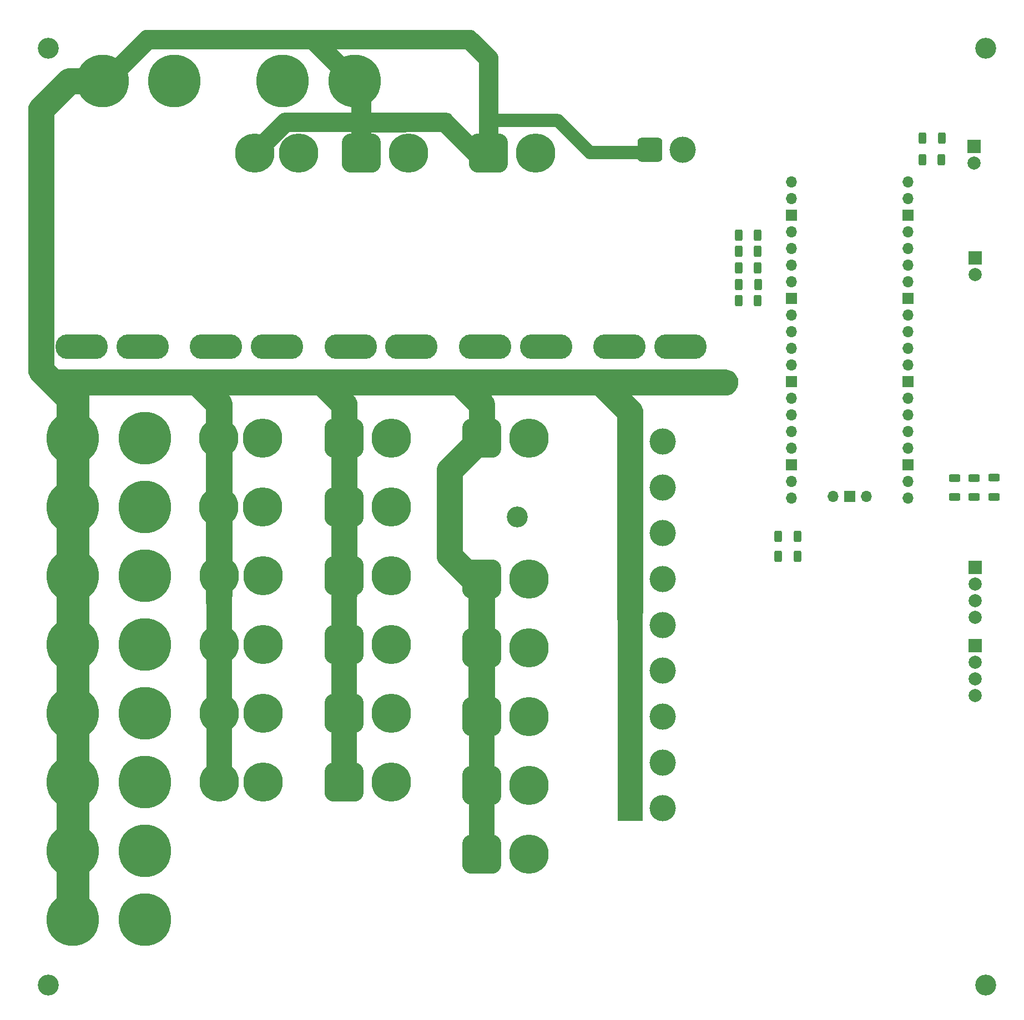
<source format=gbr>
%TF.GenerationSoftware,KiCad,Pcbnew,8.0.5*%
%TF.CreationDate,2025-01-28T10:33:54+01:00*%
%TF.ProjectId,PowerBoard,506f7765-7242-46f6-9172-642e6b696361,rev?*%
%TF.SameCoordinates,Original*%
%TF.FileFunction,Soldermask,Bot*%
%TF.FilePolarity,Negative*%
%FSLAX46Y46*%
G04 Gerber Fmt 4.6, Leading zero omitted, Abs format (unit mm)*
G04 Created by KiCad (PCBNEW 8.0.5) date 2025-01-28 10:33:54*
%MOMM*%
%LPD*%
G01*
G04 APERTURE LIST*
G04 Aperture macros list*
%AMRoundRect*
0 Rectangle with rounded corners*
0 $1 Rounding radius*
0 $2 $3 $4 $5 $6 $7 $8 $9 X,Y pos of 4 corners*
0 Add a 4 corners polygon primitive as box body*
4,1,4,$2,$3,$4,$5,$6,$7,$8,$9,$2,$3,0*
0 Add four circle primitives for the rounded corners*
1,1,$1+$1,$2,$3*
1,1,$1+$1,$4,$5*
1,1,$1+$1,$6,$7*
1,1,$1+$1,$8,$9*
0 Add four rect primitives between the rounded corners*
20,1,$1+$1,$2,$3,$4,$5,0*
20,1,$1+$1,$4,$5,$6,$7,0*
20,1,$1+$1,$6,$7,$8,$9,0*
20,1,$1+$1,$8,$9,$2,$3,0*%
G04 Aperture macros list end*
%ADD10R,3.800000X3.800000*%
%ADD11C,4.000000*%
%ADD12C,3.200000*%
%ADD13RoundRect,1.500000X-1.500000X-1.500000X1.500000X-1.500000X1.500000X1.500000X-1.500000X1.500000X0*%
%ADD14C,6.000000*%
%ADD15C,8.000000*%
%ADD16O,8.000000X3.800000*%
%ADD17R,2.000000X2.000000*%
%ADD18C,2.000000*%
%ADD19RoundRect,0.760000X-1.140000X-1.140000X1.140000X-1.140000X1.140000X1.140000X-1.140000X1.140000X0*%
%ADD20O,1.700000X1.700000*%
%ADD21R,1.700000X1.700000*%
%ADD22RoundRect,0.250000X-0.312500X-0.625000X0.312500X-0.625000X0.312500X0.625000X-0.312500X0.625000X0*%
%ADD23RoundRect,0.250000X0.625000X-0.312500X0.625000X0.312500X-0.625000X0.312500X-0.625000X-0.312500X0*%
%ADD24RoundRect,0.250000X0.312500X0.625000X-0.312500X0.625000X-0.312500X-0.625000X0.312500X-0.625000X0*%
G04 APERTURE END LIST*
D10*
%TO.C,J37*%
X117500000Y-116500000D03*
D11*
X122500000Y-116500000D03*
%TD*%
D10*
%TO.C,J36*%
X117500000Y-109500000D03*
D11*
X122500000Y-109500000D03*
%TD*%
D10*
%TO.C,J35*%
X117500000Y-102500000D03*
D11*
X122500000Y-102500000D03*
%TD*%
D12*
%TO.C,H4*%
X171750000Y-21500000D03*
%TD*%
D13*
%TO.C,J31*%
X94900000Y-144500000D03*
D14*
X102100000Y-144500000D03*
%TD*%
D13*
%TO.C,J30*%
X94900000Y-134000000D03*
D14*
X102100000Y-134000000D03*
%TD*%
D10*
%TO.C,J33*%
X117500000Y-88500000D03*
D11*
X122500000Y-88500000D03*
%TD*%
D14*
%TO.C,J18*%
X54800000Y-123000000D03*
X61500000Y-123000000D03*
%TD*%
%TO.C,J19*%
X54800000Y-133500000D03*
X61500000Y-133500000D03*
%TD*%
D13*
%TO.C,J22*%
X73900000Y-102000000D03*
D14*
X81100000Y-102000000D03*
%TD*%
D15*
%TO.C,J9*%
X43500000Y-112500000D03*
X32500000Y-112500000D03*
%TD*%
D16*
%TO.C,F5*%
X54350000Y-67000000D03*
X63650000Y-67000000D03*
%TD*%
%TO.C,F4*%
X95350000Y-67000000D03*
X104650000Y-67000000D03*
%TD*%
D17*
%TO.C,GND1*%
X170150000Y-112690000D03*
D18*
X170150000Y-115230000D03*
X170150000Y-117770000D03*
X170150000Y-120310000D03*
%TD*%
D13*
%TO.C,J29*%
X94900000Y-123500000D03*
D14*
X102100000Y-123500000D03*
%TD*%
D15*
%TO.C,J7*%
X43500000Y-91500000D03*
X32500000Y-91500000D03*
%TD*%
D12*
%TO.C,H3*%
X171750000Y-164500000D03*
%TD*%
D13*
%TO.C,J41*%
X76500000Y-37500000D03*
D14*
X83700000Y-37500000D03*
%TD*%
D16*
%TO.C,F2*%
X115850000Y-67000000D03*
X125150000Y-67000000D03*
%TD*%
D12*
%TO.C,H2*%
X28750000Y-164500000D03*
%TD*%
D15*
%TO.C,J6*%
X43500000Y-81000000D03*
X32500000Y-81000000D03*
%TD*%
D13*
%TO.C,J27*%
X94900000Y-102500000D03*
D14*
X102100000Y-102500000D03*
%TD*%
D19*
%TO.C,J4*%
X120500000Y-37000000D03*
D11*
X125500000Y-37000000D03*
%TD*%
D14*
%TO.C,J2*%
X60200000Y-37500000D03*
X66900000Y-37500000D03*
%TD*%
%TO.C,J15*%
X54700000Y-91500000D03*
X61400000Y-91500000D03*
%TD*%
D10*
%TO.C,J39*%
X117500000Y-130500000D03*
D11*
X122500000Y-130500000D03*
%TD*%
D17*
%TO.C,I2C1*%
X170150000Y-53460000D03*
D18*
X170150000Y-56000000D03*
%TD*%
D15*
%TO.C,J8*%
X43500000Y-102000000D03*
X32500000Y-102000000D03*
%TD*%
%TO.C,J5*%
X64500000Y-26500000D03*
X75500000Y-26500000D03*
%TD*%
%TO.C,J13*%
X43500000Y-154500000D03*
X32500000Y-154500000D03*
%TD*%
D13*
%TO.C,J21*%
X73900000Y-91500000D03*
D14*
X81100000Y-91500000D03*
%TD*%
%TO.C,J17*%
X54800000Y-112500000D03*
X61500000Y-112500000D03*
%TD*%
D15*
%TO.C,J1*%
X48000000Y-26500000D03*
X37000000Y-26500000D03*
%TD*%
D20*
%TO.C,U1*%
X142110000Y-41870000D03*
X142110000Y-44410000D03*
D21*
X142110000Y-46950000D03*
D20*
X142110000Y-49490000D03*
X142110000Y-52030000D03*
X142110000Y-54570000D03*
X142110000Y-57110000D03*
D21*
X142110000Y-59650000D03*
D20*
X142110000Y-62190000D03*
X142110000Y-64730000D03*
X142110000Y-67270000D03*
X142110000Y-69810000D03*
D21*
X142110000Y-72350000D03*
D20*
X142110000Y-74890000D03*
X142110000Y-77430000D03*
X142110000Y-79970000D03*
X142110000Y-82510000D03*
D21*
X142110000Y-85050000D03*
D20*
X142110000Y-87590000D03*
X142110000Y-90130000D03*
X159890000Y-90130000D03*
X159890000Y-87590000D03*
D21*
X159890000Y-85050000D03*
D20*
X159890000Y-82510000D03*
X159890000Y-79970000D03*
X159890000Y-77430000D03*
X159890000Y-74890000D03*
D21*
X159890000Y-72350000D03*
D20*
X159890000Y-69810000D03*
X159890000Y-67270000D03*
X159890000Y-64730000D03*
X159890000Y-62190000D03*
D21*
X159890000Y-59650000D03*
D20*
X159890000Y-57110000D03*
X159890000Y-54570000D03*
X159890000Y-52030000D03*
X159890000Y-49490000D03*
D21*
X159890000Y-46950000D03*
D20*
X159890000Y-44410000D03*
X159890000Y-41870000D03*
X148460000Y-89900000D03*
D21*
X151000000Y-89900000D03*
D20*
X153540000Y-89900000D03*
%TD*%
D14*
%TO.C,J16*%
X54800000Y-102000000D03*
X61500000Y-102000000D03*
%TD*%
D15*
%TO.C,J10*%
X43500000Y-123000000D03*
X32500000Y-123000000D03*
%TD*%
D13*
%TO.C,J3*%
X95900000Y-37500000D03*
D14*
X103100000Y-37500000D03*
%TD*%
D13*
%TO.C,J20*%
X73900000Y-81000000D03*
D14*
X81100000Y-81000000D03*
%TD*%
D16*
%TO.C,F3*%
X33850000Y-67000000D03*
X43150000Y-67000000D03*
%TD*%
D12*
%TO.C,H1*%
X28750000Y-21500000D03*
%TD*%
D16*
%TO.C,F1*%
X74850000Y-67000000D03*
X84150000Y-67000000D03*
%TD*%
D14*
%TO.C,J14*%
X54700000Y-81000000D03*
X61400000Y-81000000D03*
%TD*%
D17*
%TO.C,UART1*%
X170000000Y-36500000D03*
D18*
X170000000Y-39040000D03*
%TD*%
D15*
%TO.C,J11*%
X43500000Y-133500000D03*
X32500000Y-133500000D03*
%TD*%
%TO.C,J12*%
X43500000Y-144000000D03*
X32500000Y-144000000D03*
%TD*%
D10*
%TO.C,J34*%
X117500000Y-95500000D03*
D11*
X122500000Y-95500000D03*
%TD*%
D10*
%TO.C,J32*%
X117500000Y-81500000D03*
D11*
X122500000Y-81500000D03*
%TD*%
D13*
%TO.C,J25*%
X73900000Y-133500000D03*
D14*
X81100000Y-133500000D03*
%TD*%
D13*
%TO.C,J26*%
X94900000Y-81000000D03*
D14*
X102100000Y-81000000D03*
%TD*%
D17*
%TO.C,VCC1*%
X170150000Y-100690000D03*
D18*
X170150000Y-103230000D03*
X170150000Y-105770000D03*
X170150000Y-108310000D03*
%TD*%
D13*
%TO.C,J23*%
X73900000Y-112500000D03*
D14*
X81100000Y-112500000D03*
%TD*%
D12*
%TO.C,H5*%
X100250000Y-93000000D03*
%TD*%
D13*
%TO.C,J24*%
X73900000Y-123000000D03*
D14*
X81100000Y-123000000D03*
%TD*%
D10*
%TO.C,J38*%
X117500000Y-123500000D03*
D11*
X122500000Y-123500000D03*
%TD*%
D10*
%TO.C,J40*%
X117500000Y-137500000D03*
D11*
X122500000Y-137500000D03*
%TD*%
D13*
%TO.C,J28*%
X94900000Y-113000000D03*
D14*
X102100000Y-113000000D03*
%TD*%
D22*
%TO.C,R41*%
X162075000Y-38500000D03*
X165000000Y-38500000D03*
%TD*%
D23*
%TO.C,R29*%
X173000000Y-89962500D03*
X173000000Y-87037500D03*
%TD*%
D22*
%TO.C,R38*%
X134037500Y-55000000D03*
X136962500Y-55000000D03*
%TD*%
D23*
%TO.C,R27*%
X167000000Y-90000000D03*
X167000000Y-87075000D03*
%TD*%
%TO.C,R28*%
X170000000Y-90000000D03*
X170000000Y-87075000D03*
%TD*%
D22*
%TO.C,R36*%
X134037500Y-50000000D03*
X136962500Y-50000000D03*
%TD*%
D24*
%TO.C,R20*%
X143000000Y-99000000D03*
X140075000Y-99000000D03*
%TD*%
%TO.C,R26*%
X143000000Y-96000000D03*
X140075000Y-96000000D03*
%TD*%
D22*
%TO.C,R42*%
X162112500Y-35210000D03*
X165037500Y-35210000D03*
%TD*%
%TO.C,R37*%
X134037500Y-52500000D03*
X136962500Y-52500000D03*
%TD*%
%TO.C,R40*%
X134037500Y-60000000D03*
X136962500Y-60000000D03*
%TD*%
%TO.C,R39*%
X134075000Y-57500000D03*
X137000000Y-57500000D03*
%TD*%
G36*
X75795778Y-75352365D02*
G01*
X75841533Y-75405169D01*
X75847044Y-75419533D01*
X75892560Y-75564491D01*
X75898255Y-75601742D01*
X75848350Y-135232876D01*
X75828609Y-135299899D01*
X75775767Y-135345609D01*
X75732840Y-135356481D01*
X72058039Y-135608673D01*
X71989809Y-135593625D01*
X71940546Y-135544077D01*
X71925549Y-135485020D01*
X71899216Y-76711272D01*
X71893655Y-76707067D01*
X71880615Y-76695693D01*
X71685252Y-76499660D01*
X71651872Y-76438280D01*
X71649083Y-76412185D01*
X71648717Y-75595003D01*
X71651089Y-75570811D01*
X71662897Y-75511308D01*
X71681392Y-75466599D01*
X71708162Y-75426496D01*
X71742358Y-75392270D01*
X71782434Y-75365466D01*
X71827127Y-75346930D01*
X71886600Y-75335073D01*
X71910844Y-75332680D01*
X75728739Y-75332680D01*
X75795778Y-75352365D01*
G37*
G36*
X97345049Y-31269648D02*
G01*
X97390810Y-31322447D01*
X97402021Y-31373915D01*
X97402076Y-31499956D01*
X106505126Y-31498999D01*
X106514874Y-31499382D01*
X106628808Y-31508354D01*
X106645122Y-31510738D01*
X106750880Y-31533462D01*
X106765069Y-31537405D01*
X106888382Y-31579709D01*
X106901602Y-31585114D01*
X106977204Y-31621236D01*
X106992528Y-31629946D01*
X107102419Y-31703206D01*
X107118898Y-31716345D01*
X107374066Y-31957981D01*
X107376498Y-31960347D01*
X111813932Y-36398962D01*
X119179183Y-36408692D01*
X119246196Y-36428465D01*
X119291881Y-36481330D01*
X119302406Y-36520376D01*
X119484457Y-38344280D01*
X119471528Y-38412943D01*
X119423530Y-38463717D01*
X119355701Y-38480480D01*
X119344852Y-38479531D01*
X118627826Y-38384937D01*
X118616533Y-38391965D01*
X118583391Y-38396493D01*
X111393289Y-38399960D01*
X111382285Y-38399476D01*
X111309309Y-38393010D01*
X111308213Y-38392908D01*
X111235312Y-38385796D01*
X111218328Y-38382937D01*
X111122142Y-38359780D01*
X111115250Y-38357910D01*
X111051586Y-38338644D01*
X111034232Y-38331934D01*
X110945007Y-38289487D01*
X110934480Y-38283841D01*
X110862120Y-38240425D01*
X110857134Y-38237270D01*
X110800325Y-38199397D01*
X110787454Y-38189543D01*
X110708738Y-38120667D01*
X110702508Y-38114825D01*
X110489561Y-37900892D01*
X108109309Y-35521527D01*
X108109309Y-35521526D01*
X106085584Y-33499053D01*
X97402943Y-33499957D01*
X97402943Y-33499958D01*
X97402997Y-33625917D01*
X97383341Y-33692965D01*
X97330557Y-33738742D01*
X97279010Y-33749970D01*
X97012238Y-33749998D01*
X96988047Y-33747618D01*
X96928544Y-33735789D01*
X96883841Y-33717278D01*
X96843751Y-33690496D01*
X96809537Y-33656288D01*
X96782745Y-33616200D01*
X96764225Y-33571502D01*
X96752385Y-33512008D01*
X96750000Y-33487805D01*
X96750000Y-31512210D01*
X96752383Y-31488019D01*
X96764218Y-31428519D01*
X96782732Y-31383820D01*
X96809518Y-31343731D01*
X96843730Y-31309519D01*
X96883821Y-31282731D01*
X96928515Y-31264217D01*
X96987998Y-31252382D01*
X97012182Y-31249998D01*
X97278008Y-31249970D01*
X97345049Y-31269648D01*
G37*
G36*
X30090574Y-70269685D02*
G01*
X30114576Y-70289812D01*
X30308943Y-70500000D01*
X34936143Y-70500000D01*
X34978717Y-70512501D01*
X35125980Y-70512478D01*
X35193023Y-70532152D01*
X35238786Y-70584949D01*
X35250000Y-70636478D01*
X35250000Y-74377369D01*
X35230315Y-74444408D01*
X35177511Y-74490163D01*
X35126000Y-74501369D01*
X35008193Y-74501369D01*
X35000000Y-74503519D01*
X35000000Y-157362981D01*
X34980315Y-157430020D01*
X34927511Y-157475775D01*
X34863662Y-157486366D01*
X30111662Y-157011166D01*
X30046913Y-156984908D01*
X30006640Y-156927813D01*
X30000000Y-156887781D01*
X30000000Y-75813471D01*
X29999999Y-75813469D01*
X29786437Y-75600481D01*
X29752869Y-75539203D01*
X29750000Y-75512682D01*
X29750000Y-70512210D01*
X29752383Y-70488019D01*
X29764218Y-70428519D01*
X29782732Y-70383820D01*
X29809518Y-70343731D01*
X29843731Y-70309518D01*
X29883820Y-70282732D01*
X29928520Y-70264217D01*
X29988021Y-70252382D01*
X30012211Y-70250000D01*
X30023535Y-70250000D01*
X30090574Y-70269685D01*
G37*
G36*
X117818274Y-74255566D02*
G01*
X117842447Y-74258033D01*
X117852528Y-74260075D01*
X117914326Y-74292677D01*
X117948687Y-74353514D01*
X117944702Y-74423270D01*
X117903638Y-74479798D01*
X117838530Y-74505151D01*
X117829625Y-74505532D01*
X117829594Y-74505608D01*
X118668666Y-75334571D01*
X118671815Y-75337797D01*
X119068637Y-75759419D01*
X119080976Y-75774820D01*
X119269841Y-76053396D01*
X119283145Y-76079003D01*
X119442698Y-76499642D01*
X119446823Y-76512629D01*
X119487611Y-76670655D01*
X119491546Y-76701780D01*
X119491155Y-77060151D01*
X119471397Y-77127169D01*
X119466136Y-77134707D01*
X118706915Y-78140836D01*
X118690443Y-78158710D01*
X118645154Y-78199079D01*
X118603447Y-78223609D01*
X118550284Y-78242134D01*
X118518099Y-78248739D01*
X118504304Y-78249700D01*
X118495687Y-78250000D01*
X116011077Y-78250000D01*
X115989102Y-78248037D01*
X115923692Y-78236259D01*
X115902416Y-78230434D01*
X115591330Y-78114656D01*
X115535367Y-78072825D01*
X115510903Y-78007378D01*
X115510581Y-77998578D01*
X115510385Y-77817777D01*
X115501773Y-77805427D01*
X115490919Y-77798474D01*
X112199739Y-74507293D01*
X112199736Y-74507292D01*
X112112383Y-74507318D01*
X112045337Y-74487653D01*
X111999567Y-74434863D01*
X111989603Y-74365707D01*
X112018609Y-74302143D01*
X112043457Y-74280215D01*
X112061616Y-74268082D01*
X112106314Y-74249568D01*
X112165601Y-74237775D01*
X112190236Y-74235393D01*
X117818274Y-74255566D01*
G37*
G36*
X119332035Y-76433892D02*
G01*
X119398816Y-76454438D01*
X119443887Y-76507827D01*
X119450504Y-76526892D01*
X119487611Y-76670655D01*
X119491546Y-76701780D01*
X119423331Y-139273141D01*
X119403573Y-139340159D01*
X119350719Y-139385856D01*
X119299331Y-139397006D01*
X115701331Y-139397006D01*
X115634292Y-139377321D01*
X115588537Y-139324517D01*
X115577331Y-139273141D01*
X115510385Y-77817778D01*
X115501773Y-77805427D01*
X115490919Y-77798474D01*
X115296376Y-77603931D01*
X115262891Y-77542608D01*
X115260057Y-77516385D01*
X115259110Y-76647178D01*
X115261466Y-76622985D01*
X115273237Y-76563468D01*
X115291704Y-76518748D01*
X115318446Y-76478631D01*
X115352620Y-76444382D01*
X115392681Y-76417551D01*
X115437360Y-76398987D01*
X115496101Y-76387236D01*
X115522021Y-76384837D01*
X119332035Y-76433892D01*
G37*
G36*
X56718480Y-75353115D02*
G01*
X56764235Y-75405919D01*
X56770140Y-75421562D01*
X56813736Y-75565836D01*
X56819037Y-75601808D01*
X56769132Y-135233626D01*
X56749391Y-135300649D01*
X56696549Y-135346359D01*
X56653622Y-135357231D01*
X52978821Y-135609423D01*
X52910591Y-135594375D01*
X52861328Y-135544827D01*
X52846331Y-135485770D01*
X52819964Y-76633953D01*
X52819962Y-76633950D01*
X52606148Y-76420136D01*
X52572663Y-76358813D01*
X52569829Y-76332511D01*
X52569499Y-75595753D01*
X52571871Y-75571561D01*
X52583679Y-75512058D01*
X52602174Y-75467349D01*
X52628944Y-75427246D01*
X52663140Y-75393020D01*
X52703216Y-75366216D01*
X52747909Y-75347680D01*
X52807382Y-75335823D01*
X52831626Y-75333430D01*
X56651441Y-75333430D01*
X56718480Y-75353115D01*
G37*
G36*
X36748385Y-24502313D02*
G01*
X36815403Y-24522069D01*
X36861102Y-24574921D01*
X36871805Y-24636841D01*
X36511446Y-28865675D01*
X36486141Y-28930801D01*
X36429642Y-28971908D01*
X36367099Y-28977391D01*
X33520538Y-28493152D01*
X32821660Y-28488088D01*
X32821658Y-28488089D01*
X29651385Y-31668491D01*
X29651385Y-31668492D01*
X29667852Y-69806728D01*
X29710933Y-69853316D01*
X29741996Y-69915901D01*
X29734291Y-69985345D01*
X29690266Y-70039599D01*
X29630903Y-70061014D01*
X27527923Y-70248501D01*
X27516455Y-70248990D01*
X27481704Y-70248862D01*
X27470236Y-70248288D01*
X25770060Y-70084018D01*
X25705224Y-70057978D01*
X25664760Y-70001018D01*
X25657989Y-69961562D01*
X25656902Y-69822433D01*
X25656898Y-69821468D01*
X25655625Y-30753760D01*
X25656408Y-30739845D01*
X25689935Y-30442886D01*
X25693838Y-30423029D01*
X25764166Y-30174536D01*
X25771587Y-30154862D01*
X25924421Y-29834867D01*
X25935411Y-29816236D01*
X26100405Y-29585244D01*
X26113579Y-29569684D01*
X30704275Y-24973937D01*
X30716045Y-24963559D01*
X30901984Y-24819456D01*
X30924284Y-24805678D01*
X31161382Y-24691871D01*
X31170003Y-24688128D01*
X31455945Y-24576659D01*
X31473285Y-24571324D01*
X31696886Y-24520083D01*
X31718392Y-24517105D01*
X32109486Y-24497550D01*
X32115810Y-24497395D01*
X36748385Y-24502313D01*
G37*
G36*
X94229223Y-100810004D02*
G01*
X94274978Y-100862808D01*
X94285943Y-100922049D01*
X94278556Y-101040318D01*
X94278556Y-101040319D01*
X96738346Y-101040319D01*
X96805385Y-101060004D01*
X96851140Y-101112808D01*
X96862346Y-101164468D01*
X96807427Y-147022195D01*
X96787662Y-147089210D01*
X96734803Y-147134902D01*
X96678654Y-147145954D01*
X93008990Y-147004590D01*
X92942758Y-146982340D01*
X92899069Y-146927813D01*
X92889763Y-146880755D01*
X92864970Y-104518162D01*
X92864970Y-104518160D01*
X92657686Y-104338853D01*
X92619862Y-104280107D01*
X92614810Y-104245145D01*
X92612943Y-101052680D01*
X92615311Y-101028488D01*
X92627112Y-100968977D01*
X92645601Y-100924267D01*
X92672363Y-100884163D01*
X92706555Y-100849930D01*
X92746630Y-100823119D01*
X92791320Y-100804577D01*
X92850777Y-100792715D01*
X92875038Y-100790319D01*
X94162184Y-100790319D01*
X94229223Y-100810004D01*
G37*
G36*
X29610442Y-69576629D02*
G01*
X29656396Y-69629260D01*
X29667798Y-69681144D01*
X29667852Y-69806728D01*
X30308943Y-70500000D01*
X34936143Y-70500000D01*
X34978717Y-70512501D01*
X131080291Y-70498011D01*
X131081997Y-70498022D01*
X132184602Y-70513023D01*
X132210798Y-70516187D01*
X132679842Y-70624428D01*
X132702682Y-70632102D01*
X133114394Y-70816663D01*
X133146747Y-70837757D01*
X133435655Y-71098479D01*
X133450353Y-71114272D01*
X133729937Y-71472714D01*
X133746315Y-71500550D01*
X133945674Y-71970467D01*
X133954705Y-72004681D01*
X133997420Y-72374863D01*
X133998237Y-72389077D01*
X133998237Y-72767348D01*
X133993551Y-72801116D01*
X133887904Y-73174400D01*
X133878051Y-73198893D01*
X133640134Y-73645888D01*
X133624519Y-73668676D01*
X133354330Y-73981525D01*
X133333300Y-74000844D01*
X132970785Y-74263846D01*
X132942200Y-74279321D01*
X132550257Y-74428972D01*
X132528605Y-74435056D01*
X132140705Y-74506889D01*
X132118097Y-74508962D01*
X117829593Y-74505607D01*
X117867858Y-74543411D01*
X117901714Y-74604530D01*
X117897152Y-74674250D01*
X117855621Y-74730437D01*
X117790306Y-74755250D01*
X117780747Y-74755622D01*
X112501045Y-74757201D01*
X112434000Y-74737536D01*
X112413327Y-74720882D01*
X112199739Y-74507293D01*
X112199736Y-74507292D01*
X96353202Y-74512034D01*
X96348557Y-74521326D01*
X96377601Y-74550370D01*
X96411087Y-74611693D01*
X96406103Y-74681385D01*
X96364232Y-74737318D01*
X96298768Y-74761736D01*
X96289958Y-74762052D01*
X90992697Y-74763637D01*
X90925652Y-74743972D01*
X90905434Y-74727771D01*
X90689163Y-74513729D01*
X75330438Y-74486176D01*
X75602974Y-74832371D01*
X75617450Y-74855662D01*
X75767262Y-75169554D01*
X75773659Y-75185817D01*
X75892560Y-75564491D01*
X75898255Y-75601743D01*
X75898131Y-75748739D01*
X75878390Y-75815761D01*
X75825547Y-75861472D01*
X75807810Y-75867973D01*
X72056938Y-76926527D01*
X71987072Y-76925790D01*
X71928696Y-76887399D01*
X71900342Y-76823541D01*
X71899259Y-76807243D01*
X71899216Y-76711272D01*
X71893655Y-76707067D01*
X71880617Y-76695694D01*
X69678639Y-74486176D01*
X56331581Y-74493772D01*
X56480107Y-74723987D01*
X56486364Y-74734857D01*
X56668386Y-75091620D01*
X56676631Y-75112106D01*
X56813736Y-75565836D01*
X56819037Y-75601808D01*
X56818915Y-75747272D01*
X56799174Y-75814295D01*
X56746332Y-75860006D01*
X56727031Y-75866937D01*
X52976133Y-76872753D01*
X52906283Y-76871103D01*
X52848413Y-76831952D01*
X52820897Y-76767729D01*
X52820017Y-76753039D01*
X52819963Y-76633953D01*
X52819962Y-76633950D01*
X50687379Y-74501369D01*
X35008193Y-74501369D01*
X35000000Y-74503519D01*
X35000000Y-74666341D01*
X34980315Y-74733380D01*
X34927511Y-74779135D01*
X34907486Y-74786277D01*
X30155486Y-76033768D01*
X30085645Y-76031751D01*
X30027982Y-75992295D01*
X30000804Y-75927928D01*
X30000000Y-75913832D01*
X30000000Y-75813471D01*
X29999999Y-75813469D01*
X27183797Y-73004858D01*
X26143226Y-71964287D01*
X26129211Y-71947557D01*
X25913381Y-71638201D01*
X25903212Y-71620750D01*
X25746775Y-71293654D01*
X25737393Y-71266136D01*
X25696189Y-71073851D01*
X25694194Y-71061562D01*
X25665200Y-70800610D01*
X25664446Y-70787886D01*
X25656902Y-69822431D01*
X25656898Y-69821466D01*
X25656894Y-69695455D01*
X25676576Y-69628415D01*
X25729379Y-69582658D01*
X25780424Y-69571452D01*
X29543328Y-69557199D01*
X29610442Y-69576629D01*
G37*
G36*
X93048767Y-18652218D02*
G01*
X93197449Y-18663335D01*
X93211870Y-18665270D01*
X93361512Y-18694366D01*
X93371911Y-18696857D01*
X93505714Y-18735087D01*
X93521545Y-18740798D01*
X93644981Y-18795055D01*
X93655498Y-18800285D01*
X93786753Y-18873512D01*
X93798672Y-18881083D01*
X93950855Y-18990378D01*
X93964318Y-19001568D01*
X94209121Y-19236170D01*
X94211041Y-19238051D01*
X97029191Y-22058446D01*
X97041696Y-22073073D01*
X97148347Y-22219456D01*
X97153021Y-22226346D01*
X97211909Y-22319755D01*
X97219381Y-22333446D01*
X97291677Y-22488367D01*
X97297192Y-22502338D01*
X97361833Y-22700429D01*
X97366159Y-22717891D01*
X97388257Y-22846461D01*
X97389808Y-22859732D01*
X97398154Y-22993282D01*
X97398395Y-23000962D01*
X97402076Y-31499956D01*
X97402077Y-31499957D01*
X97528116Y-31499943D01*
X97595158Y-31519620D01*
X97640919Y-31572419D01*
X97652130Y-31623889D01*
X97652889Y-33375890D01*
X97633233Y-33442938D01*
X97580449Y-33488716D01*
X97528903Y-33499944D01*
X97402943Y-33499958D01*
X97403723Y-35300675D01*
X97384067Y-35367723D01*
X97331283Y-35413501D01*
X97281384Y-35424718D01*
X94508689Y-35461873D01*
X94441392Y-35443088D01*
X94394934Y-35390902D01*
X94383055Y-35335288D01*
X94400626Y-34496295D01*
X94400626Y-23668754D01*
X92379956Y-21643020D01*
X92379955Y-21643019D01*
X72770847Y-21637956D01*
X72770847Y-21653149D01*
X74187273Y-23069575D01*
X74220758Y-23130898D01*
X74215774Y-23200590D01*
X74187273Y-23244937D01*
X72264854Y-25167356D01*
X72203531Y-25200841D01*
X72133839Y-25195857D01*
X72096158Y-25173550D01*
X71817170Y-24932779D01*
X71810436Y-24926517D01*
X68537064Y-21648084D01*
X68537063Y-21648083D01*
X44451081Y-21643019D01*
X44449780Y-21648528D01*
X44416781Y-21707706D01*
X40680903Y-25443584D01*
X40619580Y-25477069D01*
X40555561Y-25474045D01*
X37686823Y-24559555D01*
X37628929Y-24520440D01*
X37601373Y-24456233D01*
X37612904Y-24387322D01*
X37633891Y-24356743D01*
X38919310Y-22981410D01*
X38922118Y-22978503D01*
X42838801Y-19052532D01*
X42849393Y-19043066D01*
X43056519Y-18878307D01*
X43078257Y-18864441D01*
X43261730Y-18772704D01*
X43277173Y-18766246D01*
X43482256Y-18696331D01*
X43502288Y-18691318D01*
X43730296Y-18654092D01*
X43750274Y-18652472D01*
X93039519Y-18651873D01*
X93048767Y-18652218D01*
G37*
G36*
X77942804Y-29019685D02*
G01*
X77988559Y-29072489D01*
X77999765Y-29124234D01*
X77995667Y-31294368D01*
X89341412Y-31298925D01*
X89350107Y-31299234D01*
X89486195Y-31308855D01*
X89502280Y-31311058D01*
X89691413Y-31349714D01*
X89708050Y-31354341D01*
X89879481Y-31415171D01*
X89892139Y-31420468D01*
X90029470Y-31487094D01*
X90044915Y-31496013D01*
X90169197Y-31580248D01*
X90175756Y-31585013D01*
X90301522Y-31682831D01*
X90313074Y-31693030D01*
X90489273Y-31869229D01*
X94384853Y-35773362D01*
X94418271Y-35834722D01*
X94421037Y-35857832D01*
X94495695Y-38828705D01*
X94477701Y-38896218D01*
X94426063Y-38943285D01*
X94357176Y-38954962D01*
X94335943Y-38950542D01*
X92930345Y-38526798D01*
X92878452Y-38495755D01*
X88677794Y-34294837D01*
X78001369Y-34302490D01*
X78000243Y-34876243D01*
X77980427Y-34943244D01*
X77927533Y-34988895D01*
X77876243Y-35000000D01*
X75125460Y-35000000D01*
X75058421Y-34980315D01*
X75012666Y-34927511D01*
X75001469Y-34874548D01*
X75008346Y-34287297D01*
X75008345Y-34287296D01*
X65512715Y-34292361D01*
X63006537Y-36813369D01*
X62945313Y-36847035D01*
X62875607Y-36842256D01*
X62866135Y-36838302D01*
X60167494Y-35578209D01*
X60115079Y-35532010D01*
X60095961Y-35464806D01*
X60116212Y-35397936D01*
X60135901Y-35374691D01*
X60969214Y-34606338D01*
X63918767Y-31656783D01*
X63936092Y-31642356D01*
X64118231Y-31516857D01*
X64135275Y-31507010D01*
X64354843Y-31402454D01*
X64371012Y-31396102D01*
X64547918Y-31340562D01*
X64564909Y-31336518D01*
X64739556Y-31307752D01*
X64755710Y-31306167D01*
X64954942Y-31299740D01*
X64958916Y-31299676D01*
X75000955Y-31297744D01*
X75000052Y-29124052D01*
X75019709Y-29057004D01*
X75072494Y-29011227D01*
X75124052Y-29000000D01*
X77875765Y-29000000D01*
X77942804Y-29019685D01*
G37*
G36*
X96374731Y-74243276D02*
G01*
X96434282Y-74254873D01*
X96479052Y-74273207D01*
X96496300Y-74284631D01*
X96541322Y-74338061D01*
X96550310Y-74407350D01*
X96520410Y-74470499D01*
X96461117Y-74507459D01*
X96427865Y-74512011D01*
X96353202Y-74512034D01*
X96348557Y-74521326D01*
X96488137Y-74660905D01*
X96508943Y-74688532D01*
X96731192Y-75090013D01*
X96739334Y-75107952D01*
X96831776Y-75363946D01*
X96836517Y-75380659D01*
X96900512Y-75686412D01*
X96903141Y-75711426D01*
X96910627Y-78099710D01*
X96902954Y-78143043D01*
X94755143Y-83960974D01*
X94726376Y-84005833D01*
X92010954Y-86713713D01*
X92010954Y-98161647D01*
X94273731Y-100454294D01*
X94306813Y-100515835D01*
X94309236Y-100549128D01*
X94278556Y-101040318D01*
X94278556Y-101040319D01*
X94397057Y-101040319D01*
X94464096Y-101060004D01*
X94509851Y-101112808D01*
X94520816Y-101172049D01*
X94250275Y-105503395D01*
X94246389Y-105527390D01*
X94230867Y-105586039D01*
X94209600Y-105629499D01*
X94180366Y-105667840D01*
X94144090Y-105699851D01*
X94102410Y-105724086D01*
X94056642Y-105739779D01*
X94008858Y-105746219D01*
X93960571Y-105743203D01*
X93909792Y-105729764D01*
X93873132Y-105713330D01*
X93843125Y-105693492D01*
X93830386Y-105683834D01*
X92908006Y-104885945D01*
X92870182Y-104827199D01*
X92865130Y-104792236D01*
X92864970Y-104518161D01*
X92864969Y-104518160D01*
X91954471Y-103730548D01*
X91948238Y-103724771D01*
X88430490Y-100232887D01*
X88409196Y-100204641D01*
X88173460Y-99776031D01*
X88163341Y-99751904D01*
X88034875Y-99323684D01*
X88029748Y-99293110D01*
X88015293Y-98938941D01*
X88015190Y-98934030D01*
X88000005Y-86005089D01*
X88000410Y-85994928D01*
X88044237Y-85454051D01*
X88051225Y-85421889D01*
X88170629Y-85091771D01*
X88180907Y-85070150D01*
X88353908Y-84781816D01*
X88360653Y-84771729D01*
X88526227Y-84548563D01*
X88538327Y-84534570D01*
X91919794Y-81168267D01*
X92907341Y-78091679D01*
X92899743Y-76701523D01*
X92899743Y-76701521D01*
X90689160Y-74513727D01*
X90686065Y-74512451D01*
X90623389Y-74493925D01*
X90577730Y-74441038D01*
X90567911Y-74371862D01*
X90597051Y-74308359D01*
X90655898Y-74270691D01*
X90665791Y-74268242D01*
X90675823Y-74266192D01*
X90700151Y-74263682D01*
X96350530Y-74240991D01*
X96374731Y-74243276D01*
G37*
M02*

</source>
